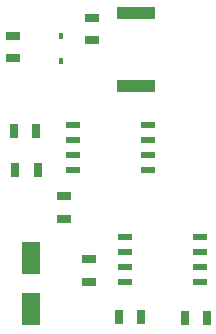
<source format=gtp>
G04 #@! TF.FileFunction,Paste,Top*
%FSLAX46Y46*%
G04 Gerber Fmt 4.6, Leading zero omitted, Abs format (unit mm)*
G04 Created by KiCad (PCBNEW 4.0.2-stable) date Tuesday, November 15, 2016 'AMt' 11:41:50 AM*
%MOMM*%
G01*
G04 APERTURE LIST*
%ADD10C,0.100000*%
%ADD11R,1.600000X2.800000*%
%ADD12R,0.450000X0.590000*%
%ADD13R,0.700000X1.300000*%
%ADD14R,1.300000X0.700000*%
%ADD15R,1.143000X0.508000*%
%ADD16R,3.200000X1.000000*%
G04 APERTURE END LIST*
D10*
D11*
X122809000Y-76590000D03*
X122809000Y-80890000D03*
D12*
X125349000Y-59856000D03*
X125349000Y-57746000D03*
D13*
X123378000Y-69088000D03*
X121478000Y-69088000D03*
D14*
X121285000Y-57724000D03*
X121285000Y-59624000D03*
D13*
X123251000Y-65786000D03*
X121351000Y-65786000D03*
X137729000Y-81661000D03*
X135829000Y-81661000D03*
X130241000Y-81534000D03*
X132141000Y-81534000D03*
D14*
X127762000Y-78547000D03*
X127762000Y-76647000D03*
X125603000Y-73213000D03*
X125603000Y-71313000D03*
X128016000Y-56200000D03*
X128016000Y-58100000D03*
D15*
X132715000Y-65278000D03*
X132715000Y-66548000D03*
X132715000Y-67818000D03*
X132715000Y-69088000D03*
X126365000Y-69088000D03*
X126365000Y-67818000D03*
X126365000Y-66548000D03*
X126365000Y-65278000D03*
X137160000Y-74803000D03*
X137160000Y-76073000D03*
X137160000Y-77343000D03*
X137160000Y-78613000D03*
X130810000Y-78613000D03*
X130810000Y-77343000D03*
X130810000Y-76073000D03*
X130810000Y-74803000D03*
D16*
X131699000Y-55828000D03*
X131699000Y-62028000D03*
M02*

</source>
